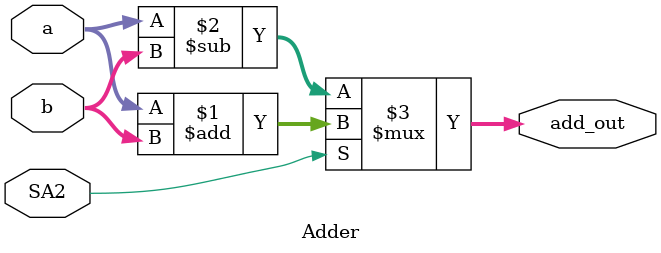
<source format=v>
`timescale 1ns/1ns
module Adder(
    input [15:0] a, b, input SA2,
    output[15:0]add_out);

    assign add_out = SA2 ? (a+b) : (a-b);
endmodule

</source>
